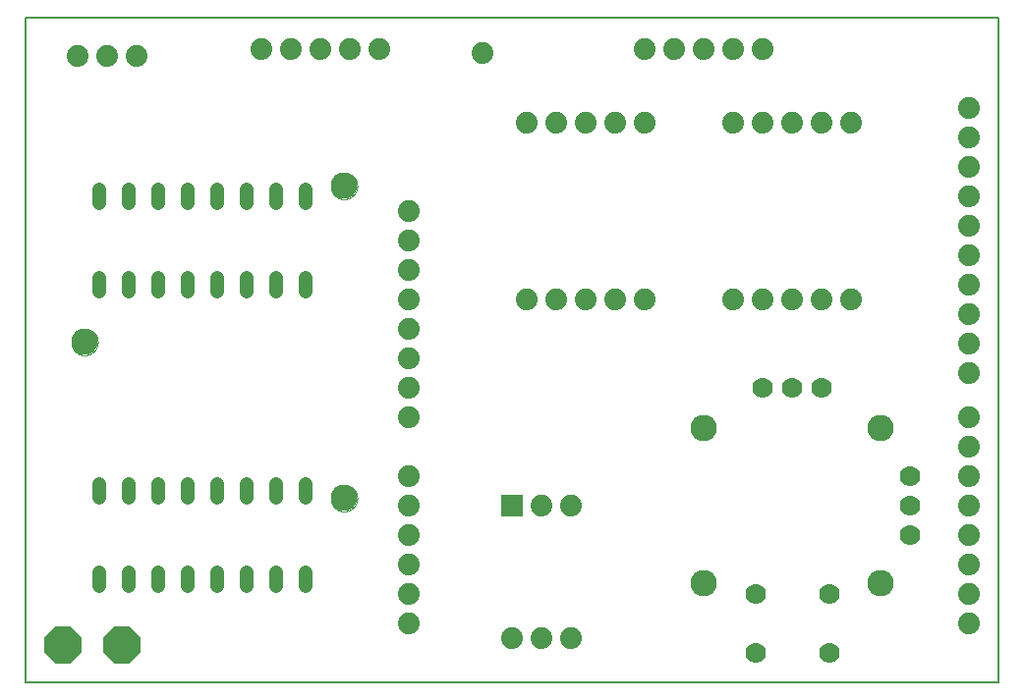
<source format=gbs>
G75*
%MOIN*%
%OFA0B0*%
%FSLAX25Y25*%
%IPPOS*%
%LPD*%
%AMOC8*
5,1,8,0,0,1.08239X$1,22.5*
%
%ADD10C,0.00800*%
%ADD11C,0.00000*%
%ADD12C,0.09000*%
%ADD13C,0.04800*%
%ADD14C,0.07400*%
%ADD15C,0.07000*%
%ADD16R,0.07400X0.07400*%
%ADD17OC8,0.12400*%
D10*
X0001500Y0002800D02*
X0001500Y0228300D01*
X0331500Y0228300D01*
X0331500Y0002800D01*
X0001500Y0002800D01*
D11*
X0105000Y0065300D02*
X0105002Y0065434D01*
X0105008Y0065568D01*
X0105018Y0065701D01*
X0105032Y0065835D01*
X0105050Y0065968D01*
X0105072Y0066100D01*
X0105097Y0066231D01*
X0105127Y0066362D01*
X0105161Y0066492D01*
X0105198Y0066620D01*
X0105239Y0066748D01*
X0105284Y0066874D01*
X0105333Y0066999D01*
X0105385Y0067122D01*
X0105441Y0067244D01*
X0105501Y0067364D01*
X0105564Y0067482D01*
X0105631Y0067598D01*
X0105701Y0067712D01*
X0105775Y0067824D01*
X0105852Y0067934D01*
X0105932Y0068042D01*
X0106015Y0068147D01*
X0106101Y0068249D01*
X0106190Y0068349D01*
X0106283Y0068446D01*
X0106378Y0068541D01*
X0106476Y0068632D01*
X0106576Y0068721D01*
X0106679Y0068806D01*
X0106785Y0068889D01*
X0106893Y0068968D01*
X0107003Y0069044D01*
X0107116Y0069117D01*
X0107231Y0069186D01*
X0107347Y0069252D01*
X0107466Y0069314D01*
X0107586Y0069373D01*
X0107709Y0069428D01*
X0107832Y0069480D01*
X0107957Y0069527D01*
X0108084Y0069571D01*
X0108212Y0069612D01*
X0108341Y0069648D01*
X0108471Y0069681D01*
X0108602Y0069709D01*
X0108733Y0069734D01*
X0108866Y0069755D01*
X0108999Y0069772D01*
X0109132Y0069785D01*
X0109266Y0069794D01*
X0109400Y0069799D01*
X0109534Y0069800D01*
X0109667Y0069797D01*
X0109801Y0069790D01*
X0109935Y0069779D01*
X0110068Y0069764D01*
X0110201Y0069745D01*
X0110333Y0069722D01*
X0110464Y0069696D01*
X0110594Y0069665D01*
X0110724Y0069630D01*
X0110852Y0069592D01*
X0110979Y0069550D01*
X0111105Y0069504D01*
X0111230Y0069454D01*
X0111353Y0069401D01*
X0111474Y0069344D01*
X0111594Y0069283D01*
X0111711Y0069219D01*
X0111827Y0069152D01*
X0111941Y0069081D01*
X0112052Y0069006D01*
X0112161Y0068929D01*
X0112268Y0068848D01*
X0112373Y0068764D01*
X0112474Y0068677D01*
X0112574Y0068587D01*
X0112670Y0068494D01*
X0112764Y0068398D01*
X0112855Y0068299D01*
X0112942Y0068198D01*
X0113027Y0068094D01*
X0113109Y0067988D01*
X0113187Y0067880D01*
X0113262Y0067769D01*
X0113334Y0067656D01*
X0113403Y0067540D01*
X0113468Y0067423D01*
X0113529Y0067304D01*
X0113587Y0067183D01*
X0113641Y0067061D01*
X0113692Y0066937D01*
X0113739Y0066811D01*
X0113782Y0066684D01*
X0113821Y0066556D01*
X0113857Y0066427D01*
X0113888Y0066297D01*
X0113916Y0066166D01*
X0113940Y0066034D01*
X0113960Y0065901D01*
X0113976Y0065768D01*
X0113988Y0065635D01*
X0113996Y0065501D01*
X0114000Y0065367D01*
X0114000Y0065233D01*
X0113996Y0065099D01*
X0113988Y0064965D01*
X0113976Y0064832D01*
X0113960Y0064699D01*
X0113940Y0064566D01*
X0113916Y0064434D01*
X0113888Y0064303D01*
X0113857Y0064173D01*
X0113821Y0064044D01*
X0113782Y0063916D01*
X0113739Y0063789D01*
X0113692Y0063663D01*
X0113641Y0063539D01*
X0113587Y0063417D01*
X0113529Y0063296D01*
X0113468Y0063177D01*
X0113403Y0063060D01*
X0113334Y0062944D01*
X0113262Y0062831D01*
X0113187Y0062720D01*
X0113109Y0062612D01*
X0113027Y0062506D01*
X0112942Y0062402D01*
X0112855Y0062301D01*
X0112764Y0062202D01*
X0112670Y0062106D01*
X0112574Y0062013D01*
X0112474Y0061923D01*
X0112373Y0061836D01*
X0112268Y0061752D01*
X0112161Y0061671D01*
X0112052Y0061594D01*
X0111941Y0061519D01*
X0111827Y0061448D01*
X0111711Y0061381D01*
X0111594Y0061317D01*
X0111474Y0061256D01*
X0111353Y0061199D01*
X0111230Y0061146D01*
X0111105Y0061096D01*
X0110979Y0061050D01*
X0110852Y0061008D01*
X0110724Y0060970D01*
X0110594Y0060935D01*
X0110464Y0060904D01*
X0110333Y0060878D01*
X0110201Y0060855D01*
X0110068Y0060836D01*
X0109935Y0060821D01*
X0109801Y0060810D01*
X0109667Y0060803D01*
X0109534Y0060800D01*
X0109400Y0060801D01*
X0109266Y0060806D01*
X0109132Y0060815D01*
X0108999Y0060828D01*
X0108866Y0060845D01*
X0108733Y0060866D01*
X0108602Y0060891D01*
X0108471Y0060919D01*
X0108341Y0060952D01*
X0108212Y0060988D01*
X0108084Y0061029D01*
X0107957Y0061073D01*
X0107832Y0061120D01*
X0107709Y0061172D01*
X0107586Y0061227D01*
X0107466Y0061286D01*
X0107347Y0061348D01*
X0107231Y0061414D01*
X0107116Y0061483D01*
X0107003Y0061556D01*
X0106893Y0061632D01*
X0106785Y0061711D01*
X0106679Y0061794D01*
X0106576Y0061879D01*
X0106476Y0061968D01*
X0106378Y0062059D01*
X0106283Y0062154D01*
X0106190Y0062251D01*
X0106101Y0062351D01*
X0106015Y0062453D01*
X0105932Y0062558D01*
X0105852Y0062666D01*
X0105775Y0062776D01*
X0105701Y0062888D01*
X0105631Y0063002D01*
X0105564Y0063118D01*
X0105501Y0063236D01*
X0105441Y0063356D01*
X0105385Y0063478D01*
X0105333Y0063601D01*
X0105284Y0063726D01*
X0105239Y0063852D01*
X0105198Y0063980D01*
X0105161Y0064108D01*
X0105127Y0064238D01*
X0105097Y0064369D01*
X0105072Y0064500D01*
X0105050Y0064632D01*
X0105032Y0064765D01*
X0105018Y0064899D01*
X0105008Y0065032D01*
X0105002Y0065166D01*
X0105000Y0065300D01*
X0017000Y0118300D02*
X0017002Y0118434D01*
X0017008Y0118568D01*
X0017018Y0118701D01*
X0017032Y0118835D01*
X0017050Y0118968D01*
X0017072Y0119100D01*
X0017097Y0119231D01*
X0017127Y0119362D01*
X0017161Y0119492D01*
X0017198Y0119620D01*
X0017239Y0119748D01*
X0017284Y0119874D01*
X0017333Y0119999D01*
X0017385Y0120122D01*
X0017441Y0120244D01*
X0017501Y0120364D01*
X0017564Y0120482D01*
X0017631Y0120598D01*
X0017701Y0120712D01*
X0017775Y0120824D01*
X0017852Y0120934D01*
X0017932Y0121042D01*
X0018015Y0121147D01*
X0018101Y0121249D01*
X0018190Y0121349D01*
X0018283Y0121446D01*
X0018378Y0121541D01*
X0018476Y0121632D01*
X0018576Y0121721D01*
X0018679Y0121806D01*
X0018785Y0121889D01*
X0018893Y0121968D01*
X0019003Y0122044D01*
X0019116Y0122117D01*
X0019231Y0122186D01*
X0019347Y0122252D01*
X0019466Y0122314D01*
X0019586Y0122373D01*
X0019709Y0122428D01*
X0019832Y0122480D01*
X0019957Y0122527D01*
X0020084Y0122571D01*
X0020212Y0122612D01*
X0020341Y0122648D01*
X0020471Y0122681D01*
X0020602Y0122709D01*
X0020733Y0122734D01*
X0020866Y0122755D01*
X0020999Y0122772D01*
X0021132Y0122785D01*
X0021266Y0122794D01*
X0021400Y0122799D01*
X0021534Y0122800D01*
X0021667Y0122797D01*
X0021801Y0122790D01*
X0021935Y0122779D01*
X0022068Y0122764D01*
X0022201Y0122745D01*
X0022333Y0122722D01*
X0022464Y0122696D01*
X0022594Y0122665D01*
X0022724Y0122630D01*
X0022852Y0122592D01*
X0022979Y0122550D01*
X0023105Y0122504D01*
X0023230Y0122454D01*
X0023353Y0122401D01*
X0023474Y0122344D01*
X0023594Y0122283D01*
X0023711Y0122219D01*
X0023827Y0122152D01*
X0023941Y0122081D01*
X0024052Y0122006D01*
X0024161Y0121929D01*
X0024268Y0121848D01*
X0024373Y0121764D01*
X0024474Y0121677D01*
X0024574Y0121587D01*
X0024670Y0121494D01*
X0024764Y0121398D01*
X0024855Y0121299D01*
X0024942Y0121198D01*
X0025027Y0121094D01*
X0025109Y0120988D01*
X0025187Y0120880D01*
X0025262Y0120769D01*
X0025334Y0120656D01*
X0025403Y0120540D01*
X0025468Y0120423D01*
X0025529Y0120304D01*
X0025587Y0120183D01*
X0025641Y0120061D01*
X0025692Y0119937D01*
X0025739Y0119811D01*
X0025782Y0119684D01*
X0025821Y0119556D01*
X0025857Y0119427D01*
X0025888Y0119297D01*
X0025916Y0119166D01*
X0025940Y0119034D01*
X0025960Y0118901D01*
X0025976Y0118768D01*
X0025988Y0118635D01*
X0025996Y0118501D01*
X0026000Y0118367D01*
X0026000Y0118233D01*
X0025996Y0118099D01*
X0025988Y0117965D01*
X0025976Y0117832D01*
X0025960Y0117699D01*
X0025940Y0117566D01*
X0025916Y0117434D01*
X0025888Y0117303D01*
X0025857Y0117173D01*
X0025821Y0117044D01*
X0025782Y0116916D01*
X0025739Y0116789D01*
X0025692Y0116663D01*
X0025641Y0116539D01*
X0025587Y0116417D01*
X0025529Y0116296D01*
X0025468Y0116177D01*
X0025403Y0116060D01*
X0025334Y0115944D01*
X0025262Y0115831D01*
X0025187Y0115720D01*
X0025109Y0115612D01*
X0025027Y0115506D01*
X0024942Y0115402D01*
X0024855Y0115301D01*
X0024764Y0115202D01*
X0024670Y0115106D01*
X0024574Y0115013D01*
X0024474Y0114923D01*
X0024373Y0114836D01*
X0024268Y0114752D01*
X0024161Y0114671D01*
X0024052Y0114594D01*
X0023941Y0114519D01*
X0023827Y0114448D01*
X0023711Y0114381D01*
X0023594Y0114317D01*
X0023474Y0114256D01*
X0023353Y0114199D01*
X0023230Y0114146D01*
X0023105Y0114096D01*
X0022979Y0114050D01*
X0022852Y0114008D01*
X0022724Y0113970D01*
X0022594Y0113935D01*
X0022464Y0113904D01*
X0022333Y0113878D01*
X0022201Y0113855D01*
X0022068Y0113836D01*
X0021935Y0113821D01*
X0021801Y0113810D01*
X0021667Y0113803D01*
X0021534Y0113800D01*
X0021400Y0113801D01*
X0021266Y0113806D01*
X0021132Y0113815D01*
X0020999Y0113828D01*
X0020866Y0113845D01*
X0020733Y0113866D01*
X0020602Y0113891D01*
X0020471Y0113919D01*
X0020341Y0113952D01*
X0020212Y0113988D01*
X0020084Y0114029D01*
X0019957Y0114073D01*
X0019832Y0114120D01*
X0019709Y0114172D01*
X0019586Y0114227D01*
X0019466Y0114286D01*
X0019347Y0114348D01*
X0019231Y0114414D01*
X0019116Y0114483D01*
X0019003Y0114556D01*
X0018893Y0114632D01*
X0018785Y0114711D01*
X0018679Y0114794D01*
X0018576Y0114879D01*
X0018476Y0114968D01*
X0018378Y0115059D01*
X0018283Y0115154D01*
X0018190Y0115251D01*
X0018101Y0115351D01*
X0018015Y0115453D01*
X0017932Y0115558D01*
X0017852Y0115666D01*
X0017775Y0115776D01*
X0017701Y0115888D01*
X0017631Y0116002D01*
X0017564Y0116118D01*
X0017501Y0116236D01*
X0017441Y0116356D01*
X0017385Y0116478D01*
X0017333Y0116601D01*
X0017284Y0116726D01*
X0017239Y0116852D01*
X0017198Y0116980D01*
X0017161Y0117108D01*
X0017127Y0117238D01*
X0017097Y0117369D01*
X0017072Y0117500D01*
X0017050Y0117632D01*
X0017032Y0117765D01*
X0017018Y0117899D01*
X0017008Y0118032D01*
X0017002Y0118166D01*
X0017000Y0118300D01*
X0105000Y0171300D02*
X0105002Y0171434D01*
X0105008Y0171568D01*
X0105018Y0171701D01*
X0105032Y0171835D01*
X0105050Y0171968D01*
X0105072Y0172100D01*
X0105097Y0172231D01*
X0105127Y0172362D01*
X0105161Y0172492D01*
X0105198Y0172620D01*
X0105239Y0172748D01*
X0105284Y0172874D01*
X0105333Y0172999D01*
X0105385Y0173122D01*
X0105441Y0173244D01*
X0105501Y0173364D01*
X0105564Y0173482D01*
X0105631Y0173598D01*
X0105701Y0173712D01*
X0105775Y0173824D01*
X0105852Y0173934D01*
X0105932Y0174042D01*
X0106015Y0174147D01*
X0106101Y0174249D01*
X0106190Y0174349D01*
X0106283Y0174446D01*
X0106378Y0174541D01*
X0106476Y0174632D01*
X0106576Y0174721D01*
X0106679Y0174806D01*
X0106785Y0174889D01*
X0106893Y0174968D01*
X0107003Y0175044D01*
X0107116Y0175117D01*
X0107231Y0175186D01*
X0107347Y0175252D01*
X0107466Y0175314D01*
X0107586Y0175373D01*
X0107709Y0175428D01*
X0107832Y0175480D01*
X0107957Y0175527D01*
X0108084Y0175571D01*
X0108212Y0175612D01*
X0108341Y0175648D01*
X0108471Y0175681D01*
X0108602Y0175709D01*
X0108733Y0175734D01*
X0108866Y0175755D01*
X0108999Y0175772D01*
X0109132Y0175785D01*
X0109266Y0175794D01*
X0109400Y0175799D01*
X0109534Y0175800D01*
X0109667Y0175797D01*
X0109801Y0175790D01*
X0109935Y0175779D01*
X0110068Y0175764D01*
X0110201Y0175745D01*
X0110333Y0175722D01*
X0110464Y0175696D01*
X0110594Y0175665D01*
X0110724Y0175630D01*
X0110852Y0175592D01*
X0110979Y0175550D01*
X0111105Y0175504D01*
X0111230Y0175454D01*
X0111353Y0175401D01*
X0111474Y0175344D01*
X0111594Y0175283D01*
X0111711Y0175219D01*
X0111827Y0175152D01*
X0111941Y0175081D01*
X0112052Y0175006D01*
X0112161Y0174929D01*
X0112268Y0174848D01*
X0112373Y0174764D01*
X0112474Y0174677D01*
X0112574Y0174587D01*
X0112670Y0174494D01*
X0112764Y0174398D01*
X0112855Y0174299D01*
X0112942Y0174198D01*
X0113027Y0174094D01*
X0113109Y0173988D01*
X0113187Y0173880D01*
X0113262Y0173769D01*
X0113334Y0173656D01*
X0113403Y0173540D01*
X0113468Y0173423D01*
X0113529Y0173304D01*
X0113587Y0173183D01*
X0113641Y0173061D01*
X0113692Y0172937D01*
X0113739Y0172811D01*
X0113782Y0172684D01*
X0113821Y0172556D01*
X0113857Y0172427D01*
X0113888Y0172297D01*
X0113916Y0172166D01*
X0113940Y0172034D01*
X0113960Y0171901D01*
X0113976Y0171768D01*
X0113988Y0171635D01*
X0113996Y0171501D01*
X0114000Y0171367D01*
X0114000Y0171233D01*
X0113996Y0171099D01*
X0113988Y0170965D01*
X0113976Y0170832D01*
X0113960Y0170699D01*
X0113940Y0170566D01*
X0113916Y0170434D01*
X0113888Y0170303D01*
X0113857Y0170173D01*
X0113821Y0170044D01*
X0113782Y0169916D01*
X0113739Y0169789D01*
X0113692Y0169663D01*
X0113641Y0169539D01*
X0113587Y0169417D01*
X0113529Y0169296D01*
X0113468Y0169177D01*
X0113403Y0169060D01*
X0113334Y0168944D01*
X0113262Y0168831D01*
X0113187Y0168720D01*
X0113109Y0168612D01*
X0113027Y0168506D01*
X0112942Y0168402D01*
X0112855Y0168301D01*
X0112764Y0168202D01*
X0112670Y0168106D01*
X0112574Y0168013D01*
X0112474Y0167923D01*
X0112373Y0167836D01*
X0112268Y0167752D01*
X0112161Y0167671D01*
X0112052Y0167594D01*
X0111941Y0167519D01*
X0111827Y0167448D01*
X0111711Y0167381D01*
X0111594Y0167317D01*
X0111474Y0167256D01*
X0111353Y0167199D01*
X0111230Y0167146D01*
X0111105Y0167096D01*
X0110979Y0167050D01*
X0110852Y0167008D01*
X0110724Y0166970D01*
X0110594Y0166935D01*
X0110464Y0166904D01*
X0110333Y0166878D01*
X0110201Y0166855D01*
X0110068Y0166836D01*
X0109935Y0166821D01*
X0109801Y0166810D01*
X0109667Y0166803D01*
X0109534Y0166800D01*
X0109400Y0166801D01*
X0109266Y0166806D01*
X0109132Y0166815D01*
X0108999Y0166828D01*
X0108866Y0166845D01*
X0108733Y0166866D01*
X0108602Y0166891D01*
X0108471Y0166919D01*
X0108341Y0166952D01*
X0108212Y0166988D01*
X0108084Y0167029D01*
X0107957Y0167073D01*
X0107832Y0167120D01*
X0107709Y0167172D01*
X0107586Y0167227D01*
X0107466Y0167286D01*
X0107347Y0167348D01*
X0107231Y0167414D01*
X0107116Y0167483D01*
X0107003Y0167556D01*
X0106893Y0167632D01*
X0106785Y0167711D01*
X0106679Y0167794D01*
X0106576Y0167879D01*
X0106476Y0167968D01*
X0106378Y0168059D01*
X0106283Y0168154D01*
X0106190Y0168251D01*
X0106101Y0168351D01*
X0106015Y0168453D01*
X0105932Y0168558D01*
X0105852Y0168666D01*
X0105775Y0168776D01*
X0105701Y0168888D01*
X0105631Y0169002D01*
X0105564Y0169118D01*
X0105501Y0169236D01*
X0105441Y0169356D01*
X0105385Y0169478D01*
X0105333Y0169601D01*
X0105284Y0169726D01*
X0105239Y0169852D01*
X0105198Y0169980D01*
X0105161Y0170108D01*
X0105127Y0170238D01*
X0105097Y0170369D01*
X0105072Y0170500D01*
X0105050Y0170632D01*
X0105032Y0170765D01*
X0105018Y0170899D01*
X0105008Y0171032D01*
X0105002Y0171166D01*
X0105000Y0171300D01*
D12*
X0109500Y0171300D03*
X0021500Y0118300D03*
X0109500Y0065300D03*
X0231500Y0089050D03*
X0231500Y0036550D03*
X0291500Y0036550D03*
X0291500Y0089050D03*
D13*
X0096500Y0070200D02*
X0096500Y0065400D01*
X0086500Y0065400D02*
X0086500Y0070200D01*
X0076500Y0070200D02*
X0076500Y0065400D01*
X0066500Y0065400D02*
X0066500Y0070200D01*
X0056500Y0070200D02*
X0056500Y0065400D01*
X0046500Y0065400D02*
X0046500Y0070200D01*
X0036500Y0070200D02*
X0036500Y0065400D01*
X0026500Y0065400D02*
X0026500Y0070200D01*
X0026500Y0040200D02*
X0026500Y0035400D01*
X0036500Y0035400D02*
X0036500Y0040200D01*
X0046500Y0040200D02*
X0046500Y0035400D01*
X0056500Y0035400D02*
X0056500Y0040200D01*
X0066500Y0040200D02*
X0066500Y0035400D01*
X0076500Y0035400D02*
X0076500Y0040200D01*
X0086500Y0040200D02*
X0086500Y0035400D01*
X0096500Y0035400D02*
X0096500Y0040200D01*
X0096500Y0135400D02*
X0096500Y0140200D01*
X0086500Y0140200D02*
X0086500Y0135400D01*
X0076500Y0135400D02*
X0076500Y0140200D01*
X0066500Y0140200D02*
X0066500Y0135400D01*
X0056500Y0135400D02*
X0056500Y0140200D01*
X0046500Y0140200D02*
X0046500Y0135400D01*
X0036500Y0135400D02*
X0036500Y0140200D01*
X0026500Y0140200D02*
X0026500Y0135400D01*
X0026500Y0165400D02*
X0026500Y0170200D01*
X0036500Y0170200D02*
X0036500Y0165400D01*
X0046500Y0165400D02*
X0046500Y0170200D01*
X0056500Y0170200D02*
X0056500Y0165400D01*
X0066500Y0165400D02*
X0066500Y0170200D01*
X0076500Y0170200D02*
X0076500Y0165400D01*
X0086500Y0165400D02*
X0086500Y0170200D01*
X0096500Y0170200D02*
X0096500Y0165400D01*
D14*
X0131500Y0162800D03*
X0131500Y0152800D03*
X0131500Y0142800D03*
X0131500Y0132800D03*
X0131500Y0122800D03*
X0131500Y0112800D03*
X0131500Y0102800D03*
X0131500Y0092800D03*
X0131500Y0072800D03*
X0131500Y0062800D03*
X0131500Y0052800D03*
X0131500Y0042800D03*
X0131500Y0032800D03*
X0131500Y0022800D03*
X0166500Y0017800D03*
X0176500Y0017800D03*
X0186500Y0017800D03*
X0186500Y0062741D03*
X0176500Y0062741D03*
X0171500Y0132800D03*
X0181500Y0132800D03*
X0191500Y0132800D03*
X0201500Y0132800D03*
X0211500Y0132800D03*
X0241500Y0132800D03*
X0251500Y0132800D03*
X0261500Y0132800D03*
X0271500Y0132800D03*
X0281500Y0132800D03*
X0321500Y0127800D03*
X0321500Y0117800D03*
X0321500Y0107800D03*
X0321500Y0092800D03*
X0321500Y0082800D03*
X0321500Y0072800D03*
X0321500Y0062800D03*
X0321500Y0052800D03*
X0321500Y0042800D03*
X0321500Y0032800D03*
X0321500Y0022800D03*
X0321500Y0137800D03*
X0321500Y0147800D03*
X0321500Y0157800D03*
X0321500Y0167800D03*
X0321500Y0177800D03*
X0321500Y0187800D03*
X0321500Y0197800D03*
X0281500Y0192800D03*
X0271500Y0192800D03*
X0261500Y0192800D03*
X0251500Y0192800D03*
X0241500Y0192800D03*
X0241500Y0217800D03*
X0231500Y0217800D03*
X0221500Y0217800D03*
X0211500Y0217800D03*
X0211500Y0192800D03*
X0201500Y0192800D03*
X0191500Y0192800D03*
X0181500Y0192800D03*
X0171500Y0192800D03*
X0156500Y0216300D03*
X0121500Y0217800D03*
X0111500Y0217800D03*
X0101500Y0217800D03*
X0091500Y0217800D03*
X0081500Y0217800D03*
X0039000Y0215300D03*
X0029000Y0215300D03*
X0019000Y0215300D03*
X0251500Y0217800D03*
D15*
X0251500Y0102800D03*
X0261500Y0102800D03*
X0271500Y0102800D03*
X0301500Y0072800D03*
X0301500Y0062800D03*
X0301500Y0052800D03*
X0274000Y0032800D03*
X0274000Y0012800D03*
X0249000Y0012800D03*
X0249000Y0032800D03*
D16*
X0166500Y0062741D03*
D17*
X0034000Y0015300D03*
X0014000Y0015300D03*
M02*

</source>
